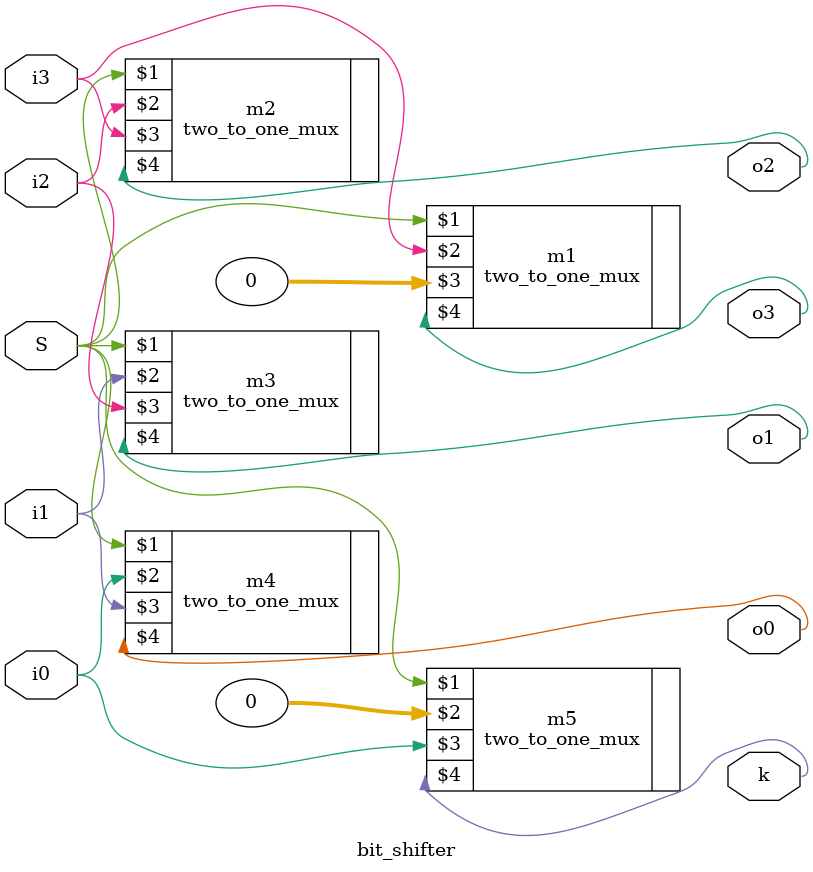
<source format=sv>
`timescale 1ns / 1ps
module bit_shifter(
    input logic S, i3, i2, i1, i0,
    output logic o3, o2, o1, o0, k
);
    two_to_one_mux m1(S,i3, 0, o3);
    two_to_one_mux m2(S, i2, i3, o2);
    two_to_one_mux m3(S, i1, i2, o1);
    two_to_one_mux m4(S, i0, i1, o0);
    two_to_one_mux m5(S, 0, i0, k );
endmodule
</source>
